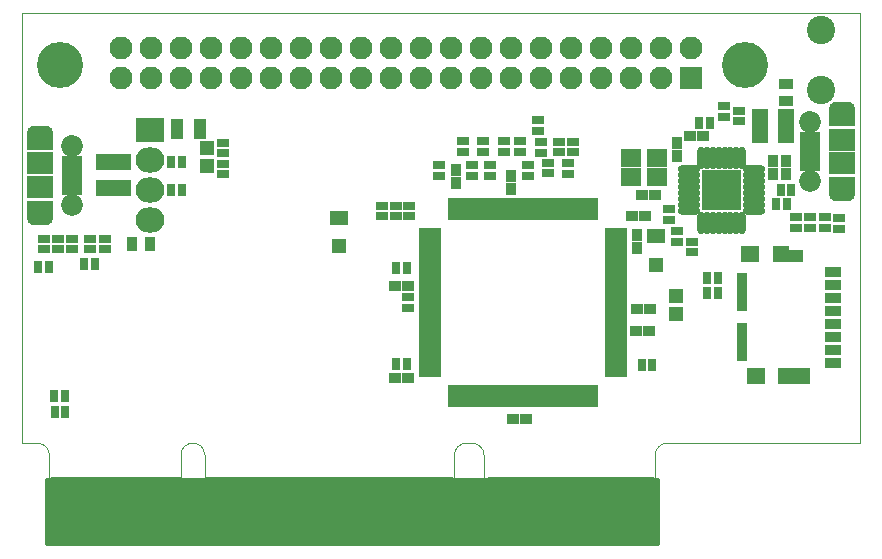
<source format=gbr>
G04 #@! TF.FileFunction,Soldermask,Top*
%FSLAX46Y46*%
G04 Gerber Fmt 4.6, Leading zero omitted, Abs format (unit mm)*
G04 Created by KiCad (PCBNEW 4.0.7) date 09/09/17 19:36:50*
%MOMM*%
%LPD*%
G01*
G04 APERTURE LIST*
%ADD10C,0.100000*%
%ADD11R,1.000000X0.900000*%
%ADD12R,1.900000X1.900000*%
%ADD13O,1.900000X0.650000*%
%ADD14O,0.650000X1.900000*%
%ADD15R,1.000000X0.800000*%
%ADD16R,0.800000X1.000000*%
%ADD17R,1.400000X0.900000*%
%ADD18R,2.790000X1.450000*%
%ADD19R,1.600000X1.450000*%
%ADD20R,1.480000X1.450000*%
%ADD21R,1.180000X1.120000*%
%ADD22R,0.950000X3.310000*%
%ADD23R,2.432000X2.127200*%
%ADD24O,2.432000X2.127200*%
%ADD25R,0.900000X1.000000*%
%ADD26R,1.150000X1.200000*%
%ADD27R,1.300000X0.900000*%
%ADD28R,0.900000X1.300000*%
%ADD29R,1.100000X1.700000*%
%ADD30R,1.800000X1.550000*%
%ADD31C,2.400000*%
%ADD32R,1.300000X1.300000*%
%ADD33R,1.500000X1.300000*%
%ADD34O,2.300000X1.400000*%
%ADD35R,2.300000X1.900000*%
%ADD36C,1.850000*%
%ADD37R,2.300000X1.300000*%
%ADD38R,1.750000X0.800000*%
%ADD39O,1.950000X1.950000*%
%ADD40C,3.900000*%
%ADD41R,1.950000X1.950000*%
%ADD42R,1.460000X1.050000*%
%ADD43R,1.050000X1.460000*%
%ADD44R,1.900000X0.680000*%
%ADD45R,0.680000X1.900000*%
%ADD46R,1.100000X4.250000*%
%ADD47C,0.220000*%
G04 APERTURE END LIST*
D10*
X86767232Y-135759051D02*
X86767232Y-135359051D01*
X97917232Y-135359051D02*
X97917232Y-135759051D01*
X96917232Y-136759051D02*
X87767232Y-136759051D01*
X96917232Y-136759051D02*
X97917232Y-135759051D01*
X86767232Y-135759051D02*
X87767232Y-136759051D01*
X155417232Y-91959051D02*
X155417232Y-128359051D01*
X84417232Y-128359051D02*
X84417232Y-91959051D01*
X84417232Y-91959051D02*
X155417232Y-91959051D01*
X121067232Y-129359051D02*
X121067232Y-135359051D01*
X121067232Y-129359051D02*
G75*
G02X122067232Y-128359051I1000000J0D01*
G01*
X122567232Y-128359051D02*
X122067232Y-128359051D01*
X122567232Y-128359051D02*
G75*
G02X123567232Y-129359051I0J-1000000D01*
G01*
X123567232Y-135359051D02*
X123567232Y-129359051D01*
X138067232Y-129359051D02*
X138067232Y-135359051D01*
X138067232Y-129359051D02*
G75*
G02X139067232Y-128359051I1000000J0D01*
G01*
X155417232Y-128359051D02*
X139067232Y-128359051D01*
X85767232Y-128359051D02*
X84417232Y-128359051D01*
X85767232Y-128359051D02*
G75*
G02X86767232Y-129359051I0J-1000000D01*
G01*
X86767232Y-135359051D02*
X86767232Y-129359051D01*
X97917232Y-129359051D02*
X97917232Y-135359051D01*
X97917232Y-129359051D02*
G75*
G02X99917232Y-129359051I1000000J0D01*
G01*
X99917232Y-135359051D02*
X99917232Y-129359051D01*
X137067232Y-136759051D02*
X124567232Y-136759051D01*
X137067232Y-136759051D02*
X138067232Y-135759051D01*
X138067232Y-135359051D02*
X138067232Y-135759051D01*
X123567232Y-135759051D02*
X123567232Y-135359051D01*
X123567232Y-135759051D02*
X124567232Y-136759051D01*
X120067232Y-136759051D02*
X100917232Y-136759051D01*
X120067232Y-136759051D02*
X121067232Y-135759051D01*
X121067232Y-135359051D02*
X121067232Y-135759051D01*
X99917232Y-135759051D02*
X99917232Y-135359051D01*
X99917232Y-135759051D02*
X100917232Y-136759051D01*
D11*
X142078000Y-102362000D03*
X140978000Y-102362000D03*
D12*
X142937000Y-107684000D03*
X142937000Y-106184000D03*
X144437000Y-106184000D03*
D13*
X146437000Y-108684000D03*
X146437000Y-108184000D03*
X146437000Y-107684000D03*
X146437000Y-107184000D03*
X146437000Y-106684000D03*
X146437000Y-106184000D03*
X146437000Y-105684000D03*
X146437000Y-105184000D03*
D14*
X145437000Y-104184000D03*
X144937000Y-104184000D03*
X144437000Y-104184000D03*
X143937000Y-104184000D03*
X143437000Y-104184000D03*
X142937000Y-104184000D03*
X142437000Y-104184000D03*
X141937000Y-104184000D03*
D13*
X140937000Y-105184000D03*
X140937000Y-105684000D03*
X140937000Y-106184000D03*
X140937000Y-106684000D03*
X140937000Y-107184000D03*
X140937000Y-107684000D03*
X140937000Y-108184000D03*
X140937000Y-108684000D03*
D14*
X141937000Y-109684000D03*
X142437000Y-109684000D03*
X142937000Y-109684000D03*
X143437000Y-109684000D03*
X143937000Y-109684000D03*
X144437000Y-109684000D03*
X144937000Y-109684000D03*
X145437000Y-109684000D03*
D12*
X144437000Y-107684000D03*
D15*
X128950000Y-104600000D03*
X128950000Y-105500000D03*
D16*
X97991000Y-104521000D03*
X97091000Y-104521000D03*
D17*
X153127800Y-121602800D03*
X153127800Y-120502800D03*
X153127800Y-119402800D03*
X153127800Y-118302800D03*
X153127800Y-117202800D03*
X153127800Y-116102800D03*
X153127800Y-115002800D03*
X153127800Y-113902800D03*
D18*
X149822800Y-122652800D03*
D19*
X146637800Y-122652800D03*
X146067800Y-112327800D03*
D20*
X148677800Y-112327800D03*
D21*
X149947800Y-112542800D03*
D22*
X145392800Y-119747800D03*
X145392800Y-115557800D03*
D23*
X95331200Y-101854000D03*
D24*
X95331200Y-104394000D03*
X95331200Y-106934000D03*
X95331200Y-109474000D03*
D15*
X126619000Y-102801000D03*
X126619000Y-103701000D03*
D16*
X142490000Y-115630000D03*
X143390000Y-115630000D03*
D25*
X125857000Y-106849000D03*
X125857000Y-105749000D03*
X139877000Y-104055000D03*
X139877000Y-102955000D03*
D11*
X136914000Y-107315000D03*
X138014000Y-107315000D03*
D26*
X100076000Y-103390000D03*
X100076000Y-104890000D03*
D11*
X127092800Y-126288800D03*
X125992800Y-126288800D03*
X117161400Y-115036600D03*
X116061400Y-115036600D03*
D25*
X148005000Y-105579000D03*
X148005000Y-104479000D03*
D27*
X149110000Y-97920000D03*
X149110000Y-99420000D03*
D28*
X93780000Y-111480000D03*
X95280000Y-111480000D03*
D29*
X99502000Y-101727000D03*
X97602000Y-101727000D03*
D16*
X149217000Y-108077000D03*
X148317000Y-108077000D03*
X148698000Y-106934000D03*
X149598000Y-106934000D03*
D15*
X114935000Y-108262000D03*
X114935000Y-109162000D03*
X116078000Y-108262000D03*
X116078000Y-109162000D03*
D16*
X97091000Y-106934000D03*
X97991000Y-106934000D03*
D15*
X101473000Y-102928000D03*
X101473000Y-103828000D03*
X101473000Y-104706000D03*
X101473000Y-105606000D03*
D16*
X142690000Y-101219000D03*
X141790000Y-101219000D03*
D15*
X127254000Y-104833000D03*
X127254000Y-105733000D03*
X125222000Y-102801000D03*
X125222000Y-103701000D03*
X123444000Y-102801000D03*
X123444000Y-103701000D03*
X122555000Y-104833000D03*
X122555000Y-105733000D03*
X121793000Y-102801000D03*
X121793000Y-103701000D03*
X124079000Y-104833000D03*
X124079000Y-105733000D03*
D16*
X117036000Y-113538000D03*
X116136000Y-113538000D03*
D15*
X139877000Y-110421000D03*
X139877000Y-111321000D03*
X141147000Y-111310000D03*
X141147000Y-112210000D03*
X130700000Y-104630000D03*
X130700000Y-105530000D03*
X128430000Y-102850000D03*
X128430000Y-103750000D03*
X139242000Y-108541400D03*
X139242000Y-109441400D03*
X117094000Y-116009000D03*
X117094000Y-116909000D03*
D30*
X135983000Y-105829000D03*
X135983000Y-104229000D03*
X138183000Y-104229000D03*
X138183000Y-105829000D03*
D31*
X152074080Y-93411040D03*
X152074080Y-98411040D03*
D25*
X149148000Y-105579000D03*
X149148000Y-104479000D03*
D15*
X119761000Y-104833000D03*
X119761000Y-105733000D03*
X117221000Y-108262000D03*
X117221000Y-109162000D03*
X91500000Y-111950000D03*
X91500000Y-111050000D03*
X90200000Y-111950000D03*
X90200000Y-111050000D03*
D16*
X86720000Y-113400000D03*
X85820000Y-113400000D03*
X142480000Y-114350000D03*
X143380000Y-114350000D03*
D15*
X153660000Y-109280000D03*
X153660000Y-110180000D03*
D11*
X136483000Y-116967000D03*
X137583000Y-116967000D03*
X136076600Y-109080300D03*
X137176600Y-109080300D03*
D26*
X139810000Y-115920000D03*
X139810000Y-117420000D03*
D11*
X136406800Y-118821200D03*
X137506800Y-118821200D03*
X117136000Y-122809000D03*
X116036000Y-122809000D03*
D25*
X136525000Y-111802000D03*
X136525000Y-110702000D03*
X121158000Y-106341000D03*
X121158000Y-105241000D03*
D32*
X138137900Y-113239400D03*
D33*
X138137900Y-110839400D03*
D32*
X111315500Y-111651900D03*
D33*
X111315500Y-109251900D03*
D15*
X129890000Y-102830000D03*
X129890000Y-103730000D03*
D16*
X87180000Y-124333000D03*
X88080000Y-124333000D03*
X90594600Y-113157000D03*
X89694600Y-113157000D03*
X117036000Y-121666000D03*
X116136000Y-121666000D03*
X137813200Y-121716800D03*
X136913200Y-121716800D03*
D34*
X85984000Y-109164000D03*
D35*
X85984000Y-106664000D03*
D36*
X88684000Y-108164000D03*
D37*
X85984000Y-108414000D03*
D38*
X88684000Y-104364000D03*
X88684000Y-105014000D03*
X88684000Y-105664000D03*
X88684000Y-106314000D03*
X88684000Y-106964000D03*
D36*
X88684000Y-103164000D03*
D34*
X85984000Y-102164000D03*
D35*
X85984000Y-104664000D03*
D37*
X85984000Y-102914000D03*
D34*
X153874940Y-100157400D03*
D35*
X153874940Y-102657400D03*
D36*
X151174940Y-101157400D03*
D37*
X153874940Y-100907400D03*
D38*
X151174940Y-104957400D03*
X151174940Y-104307400D03*
X151174940Y-103657400D03*
X151174940Y-103007400D03*
X151174940Y-102357400D03*
D36*
X151174940Y-106157400D03*
D34*
X153874940Y-107157400D03*
D35*
X153874940Y-104657400D03*
D37*
X153874940Y-106407400D03*
D39*
X92801440Y-94861380D03*
X92801440Y-97401380D03*
D40*
X87631440Y-96331380D03*
D41*
X141061440Y-97401380D03*
D39*
X141061440Y-94861380D03*
X138521440Y-97401380D03*
X138521440Y-94861380D03*
X135981440Y-97401380D03*
X135981440Y-94861380D03*
X133441440Y-97401380D03*
X133441440Y-94861380D03*
X130901440Y-97401380D03*
X130901440Y-94861380D03*
X128361440Y-97401380D03*
X128361440Y-94861380D03*
X125821440Y-97401380D03*
X125821440Y-94861380D03*
X123281440Y-97401380D03*
X123281440Y-94861380D03*
X120741440Y-97401380D03*
X120741440Y-94861380D03*
X118201440Y-97401380D03*
X118201440Y-94861380D03*
X115661440Y-97401380D03*
X115661440Y-94861380D03*
X113121440Y-97401380D03*
X113121440Y-94861380D03*
X110581440Y-97401380D03*
X110581440Y-94861380D03*
D40*
X145631440Y-96331380D03*
D39*
X108041440Y-97401380D03*
X105501440Y-97401380D03*
X102961440Y-97401380D03*
X100421440Y-97401380D03*
X97881440Y-97401380D03*
X95341440Y-97401380D03*
X108041440Y-94861380D03*
X105501440Y-94861380D03*
X102961440Y-94861380D03*
X100421440Y-94861380D03*
X97881440Y-94861380D03*
X95341440Y-94861380D03*
D15*
X131120000Y-102840000D03*
X131120000Y-103740000D03*
X128100000Y-101030000D03*
X128100000Y-101930000D03*
X145150000Y-100210000D03*
X145150000Y-101110000D03*
X143920000Y-99800000D03*
X143920000Y-100700000D03*
D16*
X87210400Y-125704600D03*
X88110400Y-125704600D03*
D15*
X87500000Y-111950000D03*
X87500000Y-111050000D03*
X88700000Y-111950000D03*
X88700000Y-111050000D03*
X86300000Y-111950000D03*
X86300000Y-111050000D03*
X151200000Y-110110000D03*
X151200000Y-109210000D03*
X149970000Y-110110000D03*
X149970000Y-109210000D03*
X152440000Y-110110000D03*
X152440000Y-109210000D03*
D42*
X149160000Y-102430000D03*
X149160000Y-101480000D03*
X149160000Y-100530000D03*
X146960000Y-100530000D03*
X146960000Y-102430000D03*
X146960000Y-101480000D03*
D43*
X91257000Y-106764000D03*
X92207000Y-106764000D03*
X93157000Y-106764000D03*
X93157000Y-104564000D03*
X91257000Y-104564000D03*
X92207000Y-104564000D03*
D44*
X134773000Y-122433600D03*
X134773000Y-121933600D03*
X134773000Y-121433600D03*
X134773000Y-120933600D03*
X134773000Y-120433600D03*
X134773000Y-119933600D03*
X134773000Y-119433600D03*
X134773000Y-118933600D03*
X134773000Y-118433600D03*
X134773000Y-117933600D03*
X134773000Y-117433600D03*
X134773000Y-116933600D03*
X134773000Y-116433600D03*
X134773000Y-115933600D03*
X134773000Y-115433600D03*
X134773000Y-114933600D03*
X134773000Y-114433600D03*
X134773000Y-113933600D03*
X134773000Y-113433600D03*
X134773000Y-112933600D03*
X134773000Y-112433600D03*
X134773000Y-111933600D03*
X134773000Y-111433600D03*
X134773000Y-110933600D03*
X134773000Y-110433600D03*
D45*
X132873000Y-108533600D03*
X132373000Y-108533600D03*
X131873000Y-108533600D03*
X131373000Y-108533600D03*
X130873000Y-108533600D03*
X130373000Y-108533600D03*
X129873000Y-108533600D03*
X129373000Y-108533600D03*
X128873000Y-108533600D03*
X128373000Y-108533600D03*
X127873000Y-108533600D03*
X127373000Y-108533600D03*
X126873000Y-108533600D03*
X126373000Y-108533600D03*
X125873000Y-108533600D03*
X125373000Y-108533600D03*
X124873000Y-108533600D03*
X124373000Y-108533600D03*
X123873000Y-108533600D03*
X123373000Y-108533600D03*
X122873000Y-108533600D03*
X122373000Y-108533600D03*
X121873000Y-108533600D03*
X121373000Y-108533600D03*
X120873000Y-108533600D03*
D44*
X118973000Y-110433600D03*
X118973000Y-110933600D03*
X118973000Y-111433600D03*
X118973000Y-111933600D03*
X118973000Y-112433600D03*
X118973000Y-112933600D03*
X118973000Y-113433600D03*
X118973000Y-113933600D03*
X118973000Y-114433600D03*
X118973000Y-114933600D03*
X118973000Y-115433600D03*
X118973000Y-115933600D03*
X118973000Y-116433600D03*
X118973000Y-116933600D03*
X118973000Y-117433600D03*
X118973000Y-117933600D03*
X118973000Y-118433600D03*
X118973000Y-118933600D03*
X118973000Y-119433600D03*
X118973000Y-119933600D03*
X118973000Y-120433600D03*
X118973000Y-120933600D03*
X118973000Y-121433600D03*
X118973000Y-121933600D03*
X118973000Y-122433600D03*
D45*
X120873000Y-124333600D03*
X121373000Y-124333600D03*
X121873000Y-124333600D03*
X122373000Y-124333600D03*
X122873000Y-124333600D03*
X123373000Y-124333600D03*
X123873000Y-124333600D03*
X124373000Y-124333600D03*
X124873000Y-124333600D03*
X125373000Y-124333600D03*
X125873000Y-124333600D03*
X126373000Y-124333600D03*
X126873000Y-124333600D03*
X127373000Y-124333600D03*
X127873000Y-124333600D03*
X128373000Y-124333600D03*
X128873000Y-124333600D03*
X129373000Y-124333600D03*
X129873000Y-124333600D03*
X130373000Y-124333600D03*
X130873000Y-124333600D03*
X131373000Y-124333600D03*
X131873000Y-124333600D03*
X132373000Y-124333600D03*
X132873000Y-124333600D03*
D46*
X87431800Y-133360400D03*
X88431800Y-133360400D03*
X89431800Y-133360400D03*
X90431800Y-133360400D03*
X91431800Y-133360400D03*
X92431800Y-133360400D03*
X93431800Y-133360400D03*
X94431800Y-133360400D03*
X95431800Y-133360400D03*
X96431800Y-133360400D03*
X97431800Y-133360400D03*
X100431800Y-133360400D03*
X101431800Y-133360400D03*
X102431800Y-133360400D03*
X103431800Y-133360400D03*
X104431800Y-133360400D03*
X105431800Y-133360400D03*
X106431800Y-133360400D03*
X107431800Y-133360400D03*
X108431800Y-133360400D03*
X109431800Y-133360400D03*
X110431800Y-133360400D03*
X111431800Y-133360400D03*
X112431800Y-133360400D03*
X113431800Y-133360400D03*
X114431800Y-133360400D03*
X115431800Y-133360400D03*
X116431800Y-133360400D03*
X117431800Y-133360400D03*
X118431800Y-133360400D03*
X119431800Y-133360400D03*
X120431800Y-133360400D03*
X124431800Y-133360400D03*
X125431800Y-133360400D03*
X126431800Y-133360400D03*
X127431800Y-133360400D03*
X128431800Y-133360400D03*
X129431800Y-133360400D03*
X130431800Y-133360400D03*
X131431800Y-133360400D03*
X132431800Y-133360400D03*
X133431800Y-133360400D03*
X134431800Y-133360400D03*
X135431800Y-133360400D03*
X136431800Y-133360400D03*
X137431800Y-133360400D03*
D47*
G36*
X138320000Y-136923000D02*
X86470000Y-136923000D01*
X86470000Y-131428000D01*
X138320000Y-131428000D01*
X138320000Y-136923000D01*
X138320000Y-136923000D01*
G37*
X138320000Y-136923000D02*
X86470000Y-136923000D01*
X86470000Y-131428000D01*
X138320000Y-131428000D01*
X138320000Y-136923000D01*
M02*

</source>
